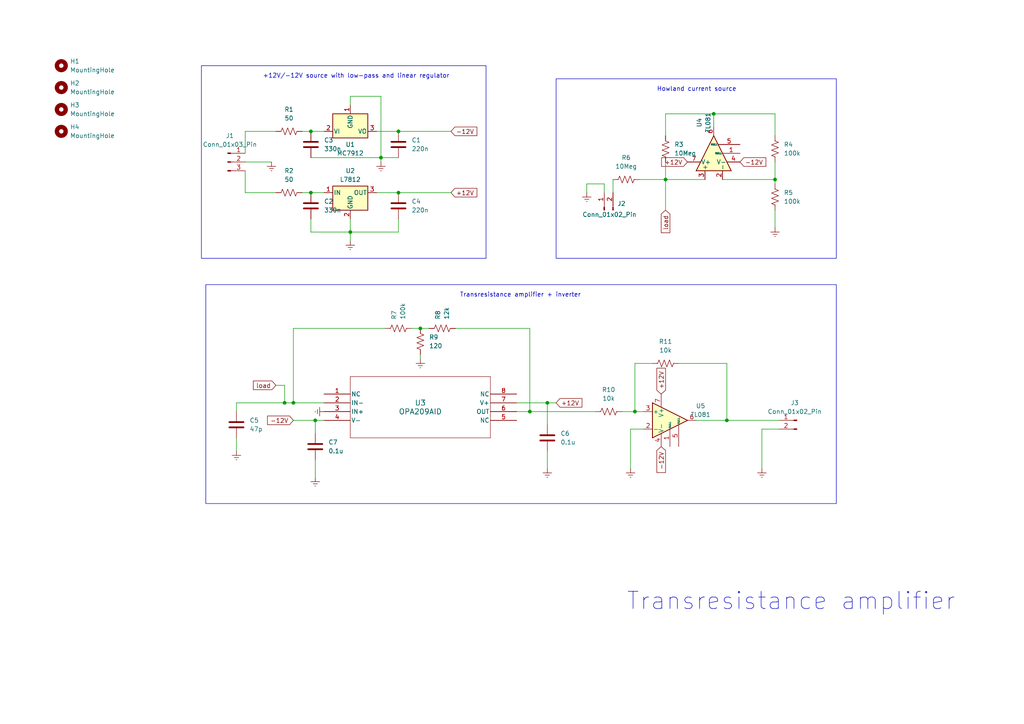
<source format=kicad_sch>
(kicad_sch (version 20230121) (generator eeschema)

  (uuid a520f27b-3eb4-44e7-9faf-250bc52b55ee)

  (paper "A4")

  (lib_symbols
    (symbol "Amplifier_Operational:TL081" (pin_names (offset 0.127)) (in_bom yes) (on_board yes)
      (property "Reference" "U" (at 0 6.35 0)
        (effects (font (size 1.27 1.27)) (justify left))
      )
      (property "Value" "TL081" (at 0 3.81 0)
        (effects (font (size 1.27 1.27)) (justify left))
      )
      (property "Footprint" "" (at 1.27 1.27 0)
        (effects (font (size 1.27 1.27)) hide)
      )
      (property "Datasheet" "http://www.ti.com/lit/ds/symlink/tl081.pdf" (at 3.81 3.81 0)
        (effects (font (size 1.27 1.27)) hide)
      )
      (property "ki_keywords" "single opamp" (at 0 0 0)
        (effects (font (size 1.27 1.27)) hide)
      )
      (property "ki_description" "Single JFET-Input Operational Amplifiers, DIP-8/SOIC-8" (at 0 0 0)
        (effects (font (size 1.27 1.27)) hide)
      )
      (property "ki_fp_filters" "SOIC*3.9x4.9mm*P1.27mm* DIP*W7.62mm* TSSOP*3x3mm*P0.65mm*" (at 0 0 0)
        (effects (font (size 1.27 1.27)) hide)
      )
      (symbol "TL081_0_1"
        (polyline
          (pts
            (xy -5.08 5.08)
            (xy 5.08 0)
            (xy -5.08 -5.08)
            (xy -5.08 5.08)
          )
          (stroke (width 0.254) (type default))
          (fill (type background))
        )
      )
      (symbol "TL081_1_1"
        (pin input line (at 0 -7.62 90) (length 5.08)
          (name "NULL" (effects (font (size 0.508 0.508))))
          (number "1" (effects (font (size 1.27 1.27))))
        )
        (pin input line (at -7.62 -2.54 0) (length 2.54)
          (name "-" (effects (font (size 1.27 1.27))))
          (number "2" (effects (font (size 1.27 1.27))))
        )
        (pin input line (at -7.62 2.54 0) (length 2.54)
          (name "+" (effects (font (size 1.27 1.27))))
          (number "3" (effects (font (size 1.27 1.27))))
        )
        (pin power_in line (at -2.54 -7.62 90) (length 3.81)
          (name "V-" (effects (font (size 1.27 1.27))))
          (number "4" (effects (font (size 1.27 1.27))))
        )
        (pin input line (at 2.54 -7.62 90) (length 6.35)
          (name "NULL" (effects (font (size 0.508 0.508))))
          (number "5" (effects (font (size 1.27 1.27))))
        )
        (pin output line (at 7.62 0 180) (length 2.54)
          (name "~" (effects (font (size 1.27 1.27))))
          (number "6" (effects (font (size 1.27 1.27))))
        )
        (pin power_in line (at -2.54 7.62 270) (length 3.81)
          (name "V+" (effects (font (size 1.27 1.27))))
          (number "7" (effects (font (size 1.27 1.27))))
        )
        (pin no_connect line (at 0 2.54 270) (length 2.54) hide
          (name "NC" (effects (font (size 1.27 1.27))))
          (number "8" (effects (font (size 1.27 1.27))))
        )
      )
    )
    (symbol "Connector:Conn_01x02_Pin" (pin_names (offset 1.016) hide) (in_bom yes) (on_board yes)
      (property "Reference" "J" (at 0 2.54 0)
        (effects (font (size 1.27 1.27)))
      )
      (property "Value" "Conn_01x02_Pin" (at 0 -5.08 0)
        (effects (font (size 1.27 1.27)))
      )
      (property "Footprint" "" (at 0 0 0)
        (effects (font (size 1.27 1.27)) hide)
      )
      (property "Datasheet" "~" (at 0 0 0)
        (effects (font (size 1.27 1.27)) hide)
      )
      (property "ki_locked" "" (at 0 0 0)
        (effects (font (size 1.27 1.27)))
      )
      (property "ki_keywords" "connector" (at 0 0 0)
        (effects (font (size 1.27 1.27)) hide)
      )
      (property "ki_description" "Generic connector, single row, 01x02, script generated" (at 0 0 0)
        (effects (font (size 1.27 1.27)) hide)
      )
      (property "ki_fp_filters" "Connector*:*_1x??_*" (at 0 0 0)
        (effects (font (size 1.27 1.27)) hide)
      )
      (symbol "Conn_01x02_Pin_1_1"
        (polyline
          (pts
            (xy 1.27 -2.54)
            (xy 0.8636 -2.54)
          )
          (stroke (width 0.1524) (type default))
          (fill (type none))
        )
        (polyline
          (pts
            (xy 1.27 0)
            (xy 0.8636 0)
          )
          (stroke (width 0.1524) (type default))
          (fill (type none))
        )
        (rectangle (start 0.8636 -2.413) (end 0 -2.667)
          (stroke (width 0.1524) (type default))
          (fill (type outline))
        )
        (rectangle (start 0.8636 0.127) (end 0 -0.127)
          (stroke (width 0.1524) (type default))
          (fill (type outline))
        )
        (pin passive line (at 5.08 0 180) (length 3.81)
          (name "Pin_1" (effects (font (size 1.27 1.27))))
          (number "1" (effects (font (size 1.27 1.27))))
        )
        (pin passive line (at 5.08 -2.54 180) (length 3.81)
          (name "Pin_2" (effects (font (size 1.27 1.27))))
          (number "2" (effects (font (size 1.27 1.27))))
        )
      )
    )
    (symbol "Connector:Conn_01x03_Pin" (pin_names (offset 1.016) hide) (in_bom yes) (on_board yes)
      (property "Reference" "J" (at 0 5.08 0)
        (effects (font (size 1.27 1.27)))
      )
      (property "Value" "Conn_01x03_Pin" (at 0 -5.08 0)
        (effects (font (size 1.27 1.27)))
      )
      (property "Footprint" "" (at 0 0 0)
        (effects (font (size 1.27 1.27)) hide)
      )
      (property "Datasheet" "~" (at 0 0 0)
        (effects (font (size 1.27 1.27)) hide)
      )
      (property "ki_locked" "" (at 0 0 0)
        (effects (font (size 1.27 1.27)))
      )
      (property "ki_keywords" "connector" (at 0 0 0)
        (effects (font (size 1.27 1.27)) hide)
      )
      (property "ki_description" "Generic connector, single row, 01x03, script generated" (at 0 0 0)
        (effects (font (size 1.27 1.27)) hide)
      )
      (property "ki_fp_filters" "Connector*:*_1x??_*" (at 0 0 0)
        (effects (font (size 1.27 1.27)) hide)
      )
      (symbol "Conn_01x03_Pin_1_1"
        (polyline
          (pts
            (xy 1.27 -2.54)
            (xy 0.8636 -2.54)
          )
          (stroke (width 0.1524) (type default))
          (fill (type none))
        )
        (polyline
          (pts
            (xy 1.27 0)
            (xy 0.8636 0)
          )
          (stroke (width 0.1524) (type default))
          (fill (type none))
        )
        (polyline
          (pts
            (xy 1.27 2.54)
            (xy 0.8636 2.54)
          )
          (stroke (width 0.1524) (type default))
          (fill (type none))
        )
        (rectangle (start 0.8636 -2.413) (end 0 -2.667)
          (stroke (width 0.1524) (type default))
          (fill (type outline))
        )
        (rectangle (start 0.8636 0.127) (end 0 -0.127)
          (stroke (width 0.1524) (type default))
          (fill (type outline))
        )
        (rectangle (start 0.8636 2.667) (end 0 2.413)
          (stroke (width 0.1524) (type default))
          (fill (type outline))
        )
        (pin passive line (at 5.08 2.54 180) (length 3.81)
          (name "Pin_1" (effects (font (size 1.27 1.27))))
          (number "1" (effects (font (size 1.27 1.27))))
        )
        (pin passive line (at 5.08 0 180) (length 3.81)
          (name "Pin_2" (effects (font (size 1.27 1.27))))
          (number "2" (effects (font (size 1.27 1.27))))
        )
        (pin passive line (at 5.08 -2.54 180) (length 3.81)
          (name "Pin_3" (effects (font (size 1.27 1.27))))
          (number "3" (effects (font (size 1.27 1.27))))
        )
      )
    )
    (symbol "Device:C" (pin_numbers hide) (pin_names (offset 0.254)) (in_bom yes) (on_board yes)
      (property "Reference" "C" (at 0.635 2.54 0)
        (effects (font (size 1.27 1.27)) (justify left))
      )
      (property "Value" "C" (at 0.635 -2.54 0)
        (effects (font (size 1.27 1.27)) (justify left))
      )
      (property "Footprint" "" (at 0.9652 -3.81 0)
        (effects (font (size 1.27 1.27)) hide)
      )
      (property "Datasheet" "~" (at 0 0 0)
        (effects (font (size 1.27 1.27)) hide)
      )
      (property "ki_keywords" "cap capacitor" (at 0 0 0)
        (effects (font (size 1.27 1.27)) hide)
      )
      (property "ki_description" "Unpolarized capacitor" (at 0 0 0)
        (effects (font (size 1.27 1.27)) hide)
      )
      (property "ki_fp_filters" "C_*" (at 0 0 0)
        (effects (font (size 1.27 1.27)) hide)
      )
      (symbol "C_0_1"
        (polyline
          (pts
            (xy -2.032 -0.762)
            (xy 2.032 -0.762)
          )
          (stroke (width 0.508) (type default))
          (fill (type none))
        )
        (polyline
          (pts
            (xy -2.032 0.762)
            (xy 2.032 0.762)
          )
          (stroke (width 0.508) (type default))
          (fill (type none))
        )
      )
      (symbol "C_1_1"
        (pin passive line (at 0 3.81 270) (length 2.794)
          (name "~" (effects (font (size 1.27 1.27))))
          (number "1" (effects (font (size 1.27 1.27))))
        )
        (pin passive line (at 0 -3.81 90) (length 2.794)
          (name "~" (effects (font (size 1.27 1.27))))
          (number "2" (effects (font (size 1.27 1.27))))
        )
      )
    )
    (symbol "Device:R_US" (pin_numbers hide) (pin_names (offset 0)) (in_bom yes) (on_board yes)
      (property "Reference" "R" (at 2.54 0 90)
        (effects (font (size 1.27 1.27)))
      )
      (property "Value" "R_US" (at -2.54 0 90)
        (effects (font (size 1.27 1.27)))
      )
      (property "Footprint" "" (at 1.016 -0.254 90)
        (effects (font (size 1.27 1.27)) hide)
      )
      (property "Datasheet" "~" (at 0 0 0)
        (effects (font (size 1.27 1.27)) hide)
      )
      (property "ki_keywords" "R res resistor" (at 0 0 0)
        (effects (font (size 1.27 1.27)) hide)
      )
      (property "ki_description" "Resistor, US symbol" (at 0 0 0)
        (effects (font (size 1.27 1.27)) hide)
      )
      (property "ki_fp_filters" "R_*" (at 0 0 0)
        (effects (font (size 1.27 1.27)) hide)
      )
      (symbol "R_US_0_1"
        (polyline
          (pts
            (xy 0 -2.286)
            (xy 0 -2.54)
          )
          (stroke (width 0) (type default))
          (fill (type none))
        )
        (polyline
          (pts
            (xy 0 2.286)
            (xy 0 2.54)
          )
          (stroke (width 0) (type default))
          (fill (type none))
        )
        (polyline
          (pts
            (xy 0 -0.762)
            (xy 1.016 -1.143)
            (xy 0 -1.524)
            (xy -1.016 -1.905)
            (xy 0 -2.286)
          )
          (stroke (width 0) (type default))
          (fill (type none))
        )
        (polyline
          (pts
            (xy 0 0.762)
            (xy 1.016 0.381)
            (xy 0 0)
            (xy -1.016 -0.381)
            (xy 0 -0.762)
          )
          (stroke (width 0) (type default))
          (fill (type none))
        )
        (polyline
          (pts
            (xy 0 2.286)
            (xy 1.016 1.905)
            (xy 0 1.524)
            (xy -1.016 1.143)
            (xy 0 0.762)
          )
          (stroke (width 0) (type default))
          (fill (type none))
        )
      )
      (symbol "R_US_1_1"
        (pin passive line (at 0 3.81 270) (length 1.27)
          (name "~" (effects (font (size 1.27 1.27))))
          (number "1" (effects (font (size 1.27 1.27))))
        )
        (pin passive line (at 0 -3.81 90) (length 1.27)
          (name "~" (effects (font (size 1.27 1.27))))
          (number "2" (effects (font (size 1.27 1.27))))
        )
      )
    )
    (symbol "Mechanical:MountingHole" (pin_names (offset 1.016)) (in_bom yes) (on_board yes)
      (property "Reference" "H" (at 0 5.08 0)
        (effects (font (size 1.27 1.27)))
      )
      (property "Value" "MountingHole" (at 0 3.175 0)
        (effects (font (size 1.27 1.27)))
      )
      (property "Footprint" "" (at 0 0 0)
        (effects (font (size 1.27 1.27)) hide)
      )
      (property "Datasheet" "~" (at 0 0 0)
        (effects (font (size 1.27 1.27)) hide)
      )
      (property "ki_keywords" "mounting hole" (at 0 0 0)
        (effects (font (size 1.27 1.27)) hide)
      )
      (property "ki_description" "Mounting Hole without connection" (at 0 0 0)
        (effects (font (size 1.27 1.27)) hide)
      )
      (property "ki_fp_filters" "MountingHole*" (at 0 0 0)
        (effects (font (size 1.27 1.27)) hide)
      )
      (symbol "MountingHole_0_1"
        (circle (center 0 0) (radius 1.27)
          (stroke (width 1.27) (type default))
          (fill (type none))
        )
      )
    )
    (symbol "OPA209:OPA209AID" (pin_names (offset 0.254)) (in_bom yes) (on_board yes)
      (property "Reference" "U" (at 27.94 10.16 0)
        (effects (font (size 1.524 1.524)))
      )
      (property "Value" "OPA209AID" (at 27.94 7.62 0)
        (effects (font (size 1.524 1.524)))
      )
      (property "Footprint" "D8" (at 0 0 0)
        (effects (font (size 1.27 1.27) italic) hide)
      )
      (property "Datasheet" "OPA209AID" (at 0 0 0)
        (effects (font (size 1.27 1.27) italic) hide)
      )
      (property "ki_locked" "" (at 0 0 0)
        (effects (font (size 1.27 1.27)))
      )
      (property "ki_keywords" "OPA209AID" (at 0 0 0)
        (effects (font (size 1.27 1.27)) hide)
      )
      (property "ki_fp_filters" "D8 D8-M D8-L" (at 0 0 0)
        (effects (font (size 1.27 1.27)) hide)
      )
      (symbol "OPA209AID_0_1"
        (polyline
          (pts
            (xy 7.62 -12.7)
            (xy 48.26 -12.7)
          )
          (stroke (width 0.127) (type default))
          (fill (type none))
        )
        (polyline
          (pts
            (xy 7.62 5.08)
            (xy 7.62 -12.7)
          )
          (stroke (width 0.127) (type default))
          (fill (type none))
        )
        (polyline
          (pts
            (xy 48.26 -12.7)
            (xy 48.26 5.08)
          )
          (stroke (width 0.127) (type default))
          (fill (type none))
        )
        (polyline
          (pts
            (xy 48.26 5.08)
            (xy 7.62 5.08)
          )
          (stroke (width 0.127) (type default))
          (fill (type none))
        )
        (pin unspecified line (at 0 0 0) (length 7.62)
          (name "NC" (effects (font (size 1.27 1.27))))
          (number "1" (effects (font (size 1.27 1.27))))
        )
        (pin input line (at 0 -2.54 0) (length 7.62)
          (name "IN-" (effects (font (size 1.27 1.27))))
          (number "2" (effects (font (size 1.27 1.27))))
        )
        (pin input line (at 0 -5.08 0) (length 7.62)
          (name "IN+" (effects (font (size 1.27 1.27))))
          (number "3" (effects (font (size 1.27 1.27))))
        )
        (pin power_in line (at 0 -7.62 0) (length 7.62)
          (name "V-" (effects (font (size 1.27 1.27))))
          (number "4" (effects (font (size 1.27 1.27))))
        )
        (pin unspecified line (at 55.88 -7.62 180) (length 7.62)
          (name "NC" (effects (font (size 1.27 1.27))))
          (number "5" (effects (font (size 1.27 1.27))))
        )
        (pin output line (at 55.88 -5.08 180) (length 7.62)
          (name "OUT" (effects (font (size 1.27 1.27))))
          (number "6" (effects (font (size 1.27 1.27))))
        )
        (pin power_in line (at 55.88 -2.54 180) (length 7.62)
          (name "V+" (effects (font (size 1.27 1.27))))
          (number "7" (effects (font (size 1.27 1.27))))
        )
        (pin unspecified line (at 55.88 0 180) (length 7.62)
          (name "NC" (effects (font (size 1.27 1.27))))
          (number "8" (effects (font (size 1.27 1.27))))
        )
      )
    )
    (symbol "Regulator_Linear:L7812" (pin_names (offset 0.254)) (in_bom yes) (on_board yes)
      (property "Reference" "U" (at -3.81 3.175 0)
        (effects (font (size 1.27 1.27)))
      )
      (property "Value" "L7812" (at 0 3.175 0)
        (effects (font (size 1.27 1.27)) (justify left))
      )
      (property "Footprint" "" (at 0.635 -3.81 0)
        (effects (font (size 1.27 1.27) italic) (justify left) hide)
      )
      (property "Datasheet" "http://www.st.com/content/ccc/resource/technical/document/datasheet/41/4f/b3/b0/12/d4/47/88/CD00000444.pdf/files/CD00000444.pdf/jcr:content/translations/en.CD00000444.pdf" (at 0 -1.27 0)
        (effects (font (size 1.27 1.27)) hide)
      )
      (property "ki_keywords" "Voltage Regulator 1.5A Positive" (at 0 0 0)
        (effects (font (size 1.27 1.27)) hide)
      )
      (property "ki_description" "Positive 1.5A 35V Linear Regulator, Fixed Output 12V, TO-220/TO-263/TO-252" (at 0 0 0)
        (effects (font (size 1.27 1.27)) hide)
      )
      (property "ki_fp_filters" "TO?252* TO?263* TO?220*" (at 0 0 0)
        (effects (font (size 1.27 1.27)) hide)
      )
      (symbol "L7812_0_1"
        (rectangle (start -5.08 1.905) (end 5.08 -5.08)
          (stroke (width 0.254) (type default))
          (fill (type background))
        )
      )
      (symbol "L7812_1_1"
        (pin power_in line (at -7.62 0 0) (length 2.54)
          (name "IN" (effects (font (size 1.27 1.27))))
          (number "1" (effects (font (size 1.27 1.27))))
        )
        (pin power_in line (at 0 -7.62 90) (length 2.54)
          (name "GND" (effects (font (size 1.27 1.27))))
          (number "2" (effects (font (size 1.27 1.27))))
        )
        (pin power_out line (at 7.62 0 180) (length 2.54)
          (name "OUT" (effects (font (size 1.27 1.27))))
          (number "3" (effects (font (size 1.27 1.27))))
        )
      )
    )
    (symbol "Regulator_Linear:MC7912" (pin_names (offset 0.254)) (in_bom yes) (on_board yes)
      (property "Reference" "U" (at -3.81 -3.175 0)
        (effects (font (size 1.27 1.27)))
      )
      (property "Value" "MC7912" (at 0 -3.175 0)
        (effects (font (size 1.27 1.27)) (justify left))
      )
      (property "Footprint" "" (at 0 -5.08 0)
        (effects (font (size 1.27 1.27) italic) hide)
      )
      (property "Datasheet" "http://www.onsemi.com/pub/Collateral/MC7900-D.PDF" (at 0 0 0)
        (effects (font (size 1.27 1.27)) hide)
      )
      (property "ki_keywords" "Voltage Regulator 1.5A Negative" (at 0 0 0)
        (effects (font (size 1.27 1.27)) hide)
      )
      (property "ki_description" "Negative 1A 35V Linear Regulator, Fixed Output -12V, TO-220/TO-263" (at 0 0 0)
        (effects (font (size 1.27 1.27)) hide)
      )
      (property "ki_fp_filters" "TO?220* TO?263*" (at 0 0 0)
        (effects (font (size 1.27 1.27)) hide)
      )
      (symbol "MC7912_0_1"
        (rectangle (start -5.08 5.08) (end 5.08 -1.905)
          (stroke (width 0.254) (type default))
          (fill (type background))
        )
      )
      (symbol "MC7912_1_1"
        (pin power_in line (at 0 7.62 270) (length 2.54)
          (name "GND" (effects (font (size 1.27 1.27))))
          (number "1" (effects (font (size 1.27 1.27))))
        )
        (pin power_in line (at -7.62 0 0) (length 2.54)
          (name "VI" (effects (font (size 1.27 1.27))))
          (number "2" (effects (font (size 1.27 1.27))))
        )
        (pin power_out line (at 7.62 0 180) (length 2.54)
          (name "VO" (effects (font (size 1.27 1.27))))
          (number "3" (effects (font (size 1.27 1.27))))
        )
      )
    )
    (symbol "power:Earth" (power) (pin_names (offset 0)) (in_bom yes) (on_board yes)
      (property "Reference" "#PWR" (at 0 -6.35 0)
        (effects (font (size 1.27 1.27)) hide)
      )
      (property "Value" "Earth" (at 0 -3.81 0)
        (effects (font (size 1.27 1.27)) hide)
      )
      (property "Footprint" "" (at 0 0 0)
        (effects (font (size 1.27 1.27)) hide)
      )
      (property "Datasheet" "~" (at 0 0 0)
        (effects (font (size 1.27 1.27)) hide)
      )
      (property "ki_keywords" "global ground gnd" (at 0 0 0)
        (effects (font (size 1.27 1.27)) hide)
      )
      (property "ki_description" "Power symbol creates a global label with name \"Earth\"" (at 0 0 0)
        (effects (font (size 1.27 1.27)) hide)
      )
      (symbol "Earth_0_1"
        (polyline
          (pts
            (xy -0.635 -1.905)
            (xy 0.635 -1.905)
          )
          (stroke (width 0) (type default))
          (fill (type none))
        )
        (polyline
          (pts
            (xy -0.127 -2.54)
            (xy 0.127 -2.54)
          )
          (stroke (width 0) (type default))
          (fill (type none))
        )
        (polyline
          (pts
            (xy 0 -1.27)
            (xy 0 0)
          )
          (stroke (width 0) (type default))
          (fill (type none))
        )
        (polyline
          (pts
            (xy 1.27 -1.27)
            (xy -1.27 -1.27)
          )
          (stroke (width 0) (type default))
          (fill (type none))
        )
      )
      (symbol "Earth_1_1"
        (pin power_in line (at 0 0 270) (length 0) hide
          (name "Earth" (effects (font (size 1.27 1.27))))
          (number "1" (effects (font (size 1.27 1.27))))
        )
      )
    )
  )

  (junction (at 115.57 38.1) (diameter 0) (color 0 0 0 0)
    (uuid 00611f0b-2789-416e-b200-6934e83a35da)
  )
  (junction (at 193.04 52.07) (diameter 0) (color 0 0 0 0)
    (uuid 03befb0f-ef8c-454b-bfd9-b2f60bf86dc6)
  )
  (junction (at 90.17 38.1) (diameter 0) (color 0 0 0 0)
    (uuid 0d09d538-e3c8-4907-bacf-7cbc4ee13df2)
  )
  (junction (at 90.17 55.88) (diameter 0) (color 0 0 0 0)
    (uuid 0d754891-4d74-4f87-98f9-4d7a5ecc00a4)
  )
  (junction (at 110.49 45.72) (diameter 0) (color 0 0 0 0)
    (uuid 2e35eb67-903a-4b50-b30e-d0d3407d2025)
  )
  (junction (at 158.75 116.84) (diameter 0) (color 0 0 0 0)
    (uuid 3e49e398-d8e2-40f4-8766-db9aa0c36d93)
  )
  (junction (at 91.44 121.92) (diameter 0) (color 0 0 0 0)
    (uuid 40bf6571-e499-4180-908f-9adfb1a9dd26)
  )
  (junction (at 184.15 119.38) (diameter 0) (color 0 0 0 0)
    (uuid 4150510b-4dfb-424a-8f00-58926eb2292e)
  )
  (junction (at 153.67 119.38) (diameter 0) (color 0 0 0 0)
    (uuid 435ae31e-01bb-4960-84a5-7583c7709e54)
  )
  (junction (at 121.92 95.25) (diameter 0) (color 0 0 0 0)
    (uuid 58269ce7-bb35-419b-ab2c-5838e4a5dd59)
  )
  (junction (at 85.09 116.84) (diameter 0) (color 0 0 0 0)
    (uuid 74e74725-b45d-405b-b79a-8568ce5a0d2c)
  )
  (junction (at 115.57 55.88) (diameter 0) (color 0 0 0 0)
    (uuid a67e2192-5d4a-4849-bc61-5e5784c37f97)
  )
  (junction (at 82.55 116.84) (diameter 0) (color 0 0 0 0)
    (uuid af5b9f09-b21f-4c4d-ac98-ea38af8604aa)
  )
  (junction (at 101.6 67.31) (diameter 0) (color 0 0 0 0)
    (uuid b716efe6-c417-4187-8d7c-168749493da3)
  )
  (junction (at 207.01 33.02) (diameter 0) (color 0 0 0 0)
    (uuid d051b282-5f6e-4d3a-9de0-7aa907529ad1)
  )
  (junction (at 224.79 52.07) (diameter 0) (color 0 0 0 0)
    (uuid d418d173-b2f8-408b-88a8-bfe838329303)
  )
  (junction (at 210.82 121.92) (diameter 0) (color 0 0 0 0)
    (uuid f8e8fc90-9e5a-49d3-8c54-ee80be6be4d7)
  )

  (wire (pts (xy 224.79 46.99) (xy 224.79 52.07))
    (stroke (width 0) (type default))
    (uuid 0090ecad-ad40-4b61-816c-9f404ed47e5f)
  )
  (wire (pts (xy 71.12 38.1) (xy 71.12 44.45))
    (stroke (width 0) (type default))
    (uuid 0631853d-5fd2-4689-ac10-ebf2ad1a4511)
  )
  (wire (pts (xy 110.49 45.72) (xy 110.49 46.99))
    (stroke (width 0) (type default))
    (uuid 13eb6994-a88a-48dc-903d-789704481883)
  )
  (wire (pts (xy 193.04 52.07) (xy 193.04 60.96))
    (stroke (width 0) (type default))
    (uuid 1d01aae3-058f-430d-9891-a38d19de8a89)
  )
  (wire (pts (xy 224.79 60.96) (xy 224.79 66.04))
    (stroke (width 0) (type default))
    (uuid 202ca88b-1718-49b2-bdcf-6f1b94ecfac0)
  )
  (wire (pts (xy 224.79 52.07) (xy 224.79 53.34))
    (stroke (width 0) (type default))
    (uuid 204cfcfc-f31a-45fe-b6f9-26d0f7a9f43e)
  )
  (wire (pts (xy 149.86 119.38) (xy 153.67 119.38))
    (stroke (width 0) (type default))
    (uuid 257a64fd-35ec-419a-bfbb-81308ce03273)
  )
  (wire (pts (xy 93.98 116.84) (xy 85.09 116.84))
    (stroke (width 0) (type default))
    (uuid 25cef757-649d-435c-bf0d-bffc5f2ad917)
  )
  (wire (pts (xy 87.63 55.88) (xy 90.17 55.88))
    (stroke (width 0) (type default))
    (uuid 2abefe25-4b25-4020-8052-8091b3937da1)
  )
  (wire (pts (xy 68.58 127) (xy 68.58 130.81))
    (stroke (width 0) (type default))
    (uuid 2c8a6504-aedb-46df-883c-4c9a1994d26a)
  )
  (wire (pts (xy 193.04 33.02) (xy 207.01 33.02))
    (stroke (width 0) (type default))
    (uuid 318f3695-14af-425b-88c8-b6e5621f220f)
  )
  (wire (pts (xy 201.93 121.92) (xy 210.82 121.92))
    (stroke (width 0) (type default))
    (uuid 33d0cb65-ffa4-493c-8638-528829e00bc3)
  )
  (wire (pts (xy 85.09 95.25) (xy 85.09 116.84))
    (stroke (width 0) (type default))
    (uuid 35035d28-59e0-4b93-aa3b-531b24cf6526)
  )
  (wire (pts (xy 184.15 119.38) (xy 186.69 119.38))
    (stroke (width 0) (type default))
    (uuid 4509d4f5-e8d2-4976-adcf-1e7cdb99d064)
  )
  (wire (pts (xy 82.55 111.76) (xy 82.55 116.84))
    (stroke (width 0) (type default))
    (uuid 4a4d22b7-697b-427c-941c-1e5c6f5b6cc0)
  )
  (wire (pts (xy 207.01 33.02) (xy 224.79 33.02))
    (stroke (width 0) (type default))
    (uuid 4ad028b6-6b41-4ef2-a7d9-a42c630bd664)
  )
  (wire (pts (xy 153.67 95.25) (xy 153.67 119.38))
    (stroke (width 0) (type default))
    (uuid 4dd6614b-87f8-4a7b-a771-6e498e73448c)
  )
  (wire (pts (xy 220.98 124.46) (xy 220.98 135.89))
    (stroke (width 0) (type default))
    (uuid 4e11cc85-4678-42a4-ac21-c1068d9d9862)
  )
  (wire (pts (xy 175.26 53.34) (xy 170.18 53.34))
    (stroke (width 0) (type default))
    (uuid 4e13e5ea-f1bd-42bd-b626-532176ead941)
  )
  (wire (pts (xy 90.17 38.1) (xy 93.98 38.1))
    (stroke (width 0) (type default))
    (uuid 52b7aecb-99b4-40d4-855c-b1e9fd965c43)
  )
  (wire (pts (xy 101.6 27.94) (xy 110.49 27.94))
    (stroke (width 0) (type default))
    (uuid 54e90bf1-3f07-4432-8b30-0af74ffcf60d)
  )
  (wire (pts (xy 175.26 55.88) (xy 175.26 53.34))
    (stroke (width 0) (type default))
    (uuid 556c9d37-70b8-4df9-9c3d-0e05cabb7791)
  )
  (wire (pts (xy 170.18 53.34) (xy 170.18 55.88))
    (stroke (width 0) (type default))
    (uuid 5658ecee-1429-41c5-b985-a03fd791646c)
  )
  (wire (pts (xy 158.75 116.84) (xy 158.75 123.19))
    (stroke (width 0) (type default))
    (uuid 5c49560f-672e-4b8a-bd86-979d91b5ea2f)
  )
  (wire (pts (xy 115.57 55.88) (xy 130.81 55.88))
    (stroke (width 0) (type default))
    (uuid 60d6867f-6a26-4ac5-b280-1b91c50ef91e)
  )
  (wire (pts (xy 210.82 121.92) (xy 210.82 105.41))
    (stroke (width 0) (type default))
    (uuid 63018600-cd41-443d-bad8-18f6295bd370)
  )
  (wire (pts (xy 132.08 95.25) (xy 153.67 95.25))
    (stroke (width 0) (type default))
    (uuid 6470181d-59ec-4135-be0c-e3ef6ec0dffa)
  )
  (wire (pts (xy 119.38 95.25) (xy 121.92 95.25))
    (stroke (width 0) (type default))
    (uuid 6a72771d-145e-4d8b-822c-e8671f3d123d)
  )
  (wire (pts (xy 196.85 105.41) (xy 210.82 105.41))
    (stroke (width 0) (type default))
    (uuid 6ec567c9-0a10-4603-908f-255d08a8f5be)
  )
  (wire (pts (xy 90.17 55.88) (xy 93.98 55.88))
    (stroke (width 0) (type default))
    (uuid 6ec6f4d3-d414-4c13-bed9-e98eaef8e0b6)
  )
  (wire (pts (xy 193.04 46.99) (xy 193.04 52.07))
    (stroke (width 0) (type default))
    (uuid 72f07e4a-d362-4afb-ab66-08ffe2a74235)
  )
  (wire (pts (xy 101.6 67.31) (xy 115.57 67.31))
    (stroke (width 0) (type default))
    (uuid 7336207b-657d-4458-bf67-9e3e8246591e)
  )
  (wire (pts (xy 193.04 39.37) (xy 193.04 33.02))
    (stroke (width 0) (type default))
    (uuid 7368c36e-89b6-4699-b331-91b1da9951e8)
  )
  (wire (pts (xy 71.12 46.99) (xy 78.74 46.99))
    (stroke (width 0) (type default))
    (uuid 7829988a-61fa-4772-96ff-f5507d6b3594)
  )
  (wire (pts (xy 85.09 121.92) (xy 91.44 121.92))
    (stroke (width 0) (type default))
    (uuid 7a5dc5f9-35a7-4606-afdb-2194c979bec7)
  )
  (wire (pts (xy 101.6 67.31) (xy 101.6 69.85))
    (stroke (width 0) (type default))
    (uuid 7add8277-8c01-4d8f-a707-6bdc91fb6f6a)
  )
  (wire (pts (xy 186.69 124.46) (xy 182.88 124.46))
    (stroke (width 0) (type default))
    (uuid 7ea45e66-8c59-4dab-b84f-cfc19217a363)
  )
  (wire (pts (xy 204.47 52.07) (xy 193.04 52.07))
    (stroke (width 0) (type default))
    (uuid 80b73442-a79a-431e-8ea1-4e77ed7b562d)
  )
  (wire (pts (xy 121.92 95.25) (xy 124.46 95.25))
    (stroke (width 0) (type default))
    (uuid 81749f83-79db-456a-9c73-3ae4bb210ee6)
  )
  (wire (pts (xy 90.17 45.72) (xy 110.49 45.72))
    (stroke (width 0) (type default))
    (uuid 867c30f9-66ea-42ce-a6e8-13af7e032986)
  )
  (wire (pts (xy 185.42 52.07) (xy 193.04 52.07))
    (stroke (width 0) (type default))
    (uuid 89e31fbc-e214-45a1-8359-cfa01deda33f)
  )
  (wire (pts (xy 207.01 33.02) (xy 207.01 36.83))
    (stroke (width 0) (type default))
    (uuid 8db5a948-eac7-46c4-9f4b-8ae4adf18457)
  )
  (wire (pts (xy 71.12 49.53) (xy 71.12 55.88))
    (stroke (width 0) (type default))
    (uuid 8f0ef256-e21a-448a-8639-c90f4e550423)
  )
  (wire (pts (xy 110.49 45.72) (xy 115.57 45.72))
    (stroke (width 0) (type default))
    (uuid 90786112-63a4-48e1-abcf-ab86490e4cb7)
  )
  (wire (pts (xy 110.49 27.94) (xy 110.49 45.72))
    (stroke (width 0) (type default))
    (uuid 9675d4d0-ae65-4bc3-b3e7-db2fe65f9549)
  )
  (wire (pts (xy 158.75 116.84) (xy 161.29 116.84))
    (stroke (width 0) (type default))
    (uuid 980a3840-95b1-499c-973b-07da2bcfeae8)
  )
  (wire (pts (xy 209.55 52.07) (xy 224.79 52.07))
    (stroke (width 0) (type default))
    (uuid 99980d6e-e234-450e-8c03-55e4d17351c2)
  )
  (wire (pts (xy 121.92 102.87) (xy 121.92 104.14))
    (stroke (width 0) (type default))
    (uuid 9aa020db-0ef1-4100-9cca-87b1535760b8)
  )
  (wire (pts (xy 68.58 116.84) (xy 82.55 116.84))
    (stroke (width 0) (type default))
    (uuid a1994474-8ecb-4827-be66-3bbdf2fbcd01)
  )
  (wire (pts (xy 82.55 116.84) (xy 85.09 116.84))
    (stroke (width 0) (type default))
    (uuid a3891da2-ae17-4d02-b508-c4ca5c0eebcb)
  )
  (wire (pts (xy 71.12 55.88) (xy 80.01 55.88))
    (stroke (width 0) (type default))
    (uuid a4d26a74-6c14-4f4d-8d4c-0f311a59b8e2)
  )
  (wire (pts (xy 177.8 52.07) (xy 177.8 55.88))
    (stroke (width 0) (type default))
    (uuid a75d0c2e-5ce8-448c-89b0-56cd9bb87f73)
  )
  (wire (pts (xy 91.44 133.35) (xy 91.44 138.43))
    (stroke (width 0) (type default))
    (uuid a81207f1-8266-462a-bff4-f48a8b4455e6)
  )
  (wire (pts (xy 210.82 121.92) (xy 226.06 121.92))
    (stroke (width 0) (type default))
    (uuid ab9a2432-4b45-4ffc-ba93-7d79f6c47be9)
  )
  (wire (pts (xy 101.6 63.5) (xy 101.6 67.31))
    (stroke (width 0) (type default))
    (uuid b3244bd2-5501-4056-b7bf-57ab979bca89)
  )
  (wire (pts (xy 189.23 105.41) (xy 184.15 105.41))
    (stroke (width 0) (type default))
    (uuid b5713c33-bf0e-4db4-bad0-558b475a2dcd)
  )
  (wire (pts (xy 90.17 67.31) (xy 101.6 67.31))
    (stroke (width 0) (type default))
    (uuid ba9c69fa-1eab-47c9-9aaf-cefa5c6759c7)
  )
  (wire (pts (xy 68.58 116.84) (xy 68.58 119.38))
    (stroke (width 0) (type default))
    (uuid c466c2c6-0ec5-4fad-9646-0ba421e75386)
  )
  (wire (pts (xy 115.57 63.5) (xy 115.57 67.31))
    (stroke (width 0) (type default))
    (uuid c5390992-4172-423e-9dc4-0fe46e96b217)
  )
  (wire (pts (xy 91.44 125.73) (xy 91.44 121.92))
    (stroke (width 0) (type default))
    (uuid c7c83e01-7b61-4f76-8a9b-162526dbdc64)
  )
  (wire (pts (xy 87.63 38.1) (xy 90.17 38.1))
    (stroke (width 0) (type default))
    (uuid cc79a0aa-51b4-4fe3-821a-f4f64ba3e84b)
  )
  (wire (pts (xy 184.15 105.41) (xy 184.15 119.38))
    (stroke (width 0) (type default))
    (uuid cec51eab-2ddb-4548-9e74-7df4aa00f94f)
  )
  (wire (pts (xy 172.72 119.38) (xy 153.67 119.38))
    (stroke (width 0) (type default))
    (uuid cf4797b7-919e-47da-bd60-fff0e97b3feb)
  )
  (wire (pts (xy 182.88 124.46) (xy 182.88 135.89))
    (stroke (width 0) (type default))
    (uuid d2706e87-4cee-4778-9572-e39325a48953)
  )
  (wire (pts (xy 91.44 121.92) (xy 93.98 121.92))
    (stroke (width 0) (type default))
    (uuid d2df028a-ea93-4a76-8bbb-b7fdea6a1864)
  )
  (wire (pts (xy 224.79 33.02) (xy 224.79 39.37))
    (stroke (width 0) (type default))
    (uuid d81eb985-e1d5-4c4b-ae4c-df5ae1b361ae)
  )
  (wire (pts (xy 180.34 119.38) (xy 184.15 119.38))
    (stroke (width 0) (type default))
    (uuid d8af15d3-7490-4b64-961c-fef7120442e0)
  )
  (wire (pts (xy 101.6 30.48) (xy 101.6 27.94))
    (stroke (width 0) (type default))
    (uuid dea4a05e-880a-4422-9c58-3064e1bec12e)
  )
  (wire (pts (xy 149.86 116.84) (xy 158.75 116.84))
    (stroke (width 0) (type default))
    (uuid deb17ce5-1007-4064-a63e-20a83fabe258)
  )
  (wire (pts (xy 111.76 95.25) (xy 85.09 95.25))
    (stroke (width 0) (type default))
    (uuid df5f76ac-ba3c-4b84-b803-4ad057a00a2c)
  )
  (wire (pts (xy 90.17 63.5) (xy 90.17 67.31))
    (stroke (width 0) (type default))
    (uuid e5c55c0a-e654-441e-97b7-03fc243e2bca)
  )
  (wire (pts (xy 80.01 111.76) (xy 82.55 111.76))
    (stroke (width 0) (type default))
    (uuid e5cbcd22-d733-4836-8062-2c5d141f1315)
  )
  (wire (pts (xy 109.22 55.88) (xy 115.57 55.88))
    (stroke (width 0) (type default))
    (uuid e9edb904-ccae-4605-a90a-5f4f9e007fe9)
  )
  (wire (pts (xy 158.75 130.81) (xy 158.75 135.89))
    (stroke (width 0) (type default))
    (uuid eef62411-ea69-4914-89e1-9c655dc925ad)
  )
  (wire (pts (xy 109.22 38.1) (xy 115.57 38.1))
    (stroke (width 0) (type default))
    (uuid f08e31e3-805c-423c-89e8-b5f590200939)
  )
  (wire (pts (xy 226.06 124.46) (xy 220.98 124.46))
    (stroke (width 0) (type default))
    (uuid f15945e3-0a1e-40c4-9428-6495c7f94635)
  )
  (wire (pts (xy 115.57 38.1) (xy 130.81 38.1))
    (stroke (width 0) (type default))
    (uuid f5b36c76-646f-42cb-b80d-a640012be483)
  )
  (wire (pts (xy 71.12 38.1) (xy 80.01 38.1))
    (stroke (width 0) (type default))
    (uuid fb0135d4-dab1-44b1-89f4-8a89e4699980)
  )

  (rectangle (start 58.42 19.05) (end 140.97 74.93)
    (stroke (width 0) (type default))
    (fill (type none))
    (uuid 13b16cd1-540d-4d3a-a236-99bca15e8c90)
  )
  (rectangle (start 161.29 22.86) (end 242.57 74.93)
    (stroke (width 0) (type default))
    (fill (type none))
    (uuid 7d2c42f0-952c-4a3c-9274-43ca83030aac)
  )
  (rectangle (start 59.69 82.55) (end 242.57 146.05)
    (stroke (width 0) (type default))
    (fill (type none))
    (uuid a886833f-c559-4748-87aa-03962cd11d72)
  )

  (text "Transresistance amplifier\n\n" (at 181.61 185.42 0)
    (effects (font (size 5 5)) (justify left bottom))
    (uuid 54a9e617-fe81-452c-8f48-4bbf5423b6b4)
  )
  (text "+12V/-12V source with low-pass and linear regulator"
    (at 76.2 22.86 0)
    (effects (font (size 1.27 1.27)) (justify left bottom))
    (uuid 59434484-1cdd-459b-b3c5-56c61a51fe0b)
  )
  (text "Howland current source" (at 190.5 26.67 0)
    (effects (font (size 1.27 1.27)) (justify left bottom))
    (uuid bbdc1371-e9ba-41c5-8311-5a5fcd55635d)
  )
  (text "Transresistance amplifier + inverter" (at 133.35 86.36 0)
    (effects (font (size 1.27 1.27)) (justify left bottom))
    (uuid ef79ea8c-2830-48bc-aecf-3f45bf15dd57)
  )

  (global_label "-12V" (shape input) (at 85.09 121.92 180) (fields_autoplaced)
    (effects (font (size 1.27 1.27)) (justify right))
    (uuid 2a62dcc8-66d7-411f-b2f6-0cccd9f7b9c5)
    (property "Intersheetrefs" "${INTERSHEET_REFS}" (at 77.0248 121.92 0)
      (effects (font (size 1.27 1.27)) (justify right) hide)
    )
  )
  (global_label "+12V" (shape input) (at 161.29 116.84 0) (fields_autoplaced)
    (effects (font (size 1.27 1.27)) (justify left))
    (uuid 2e00c1e7-0f62-4393-90fd-d693946703fd)
    (property "Intersheetrefs" "${INTERSHEET_REFS}" (at 169.3552 116.84 0)
      (effects (font (size 1.27 1.27)) (justify left) hide)
    )
  )
  (global_label "-12V" (shape input) (at 214.63 46.99 0) (fields_autoplaced)
    (effects (font (size 1.27 1.27)) (justify left))
    (uuid 340f6506-fe72-41b1-925e-09e81b025c39)
    (property "Intersheetrefs" "${INTERSHEET_REFS}" (at 222.6952 46.99 0)
      (effects (font (size 1.27 1.27)) (justify left) hide)
    )
  )
  (global_label "+12V" (shape input) (at 130.81 55.88 0) (fields_autoplaced)
    (effects (font (size 1.27 1.27)) (justify left))
    (uuid 4cfddfbd-dc7e-4ac4-8835-5d51c5676455)
    (property "Intersheetrefs" "${INTERSHEET_REFS}" (at 138.8752 55.88 0)
      (effects (font (size 1.27 1.27)) (justify left) hide)
    )
  )
  (global_label "-12V" (shape input) (at 191.77 129.54 270) (fields_autoplaced)
    (effects (font (size 1.27 1.27)) (justify right))
    (uuid 65cfce81-bc1c-4557-8f7d-fcc621bb505c)
    (property "Intersheetrefs" "${INTERSHEET_REFS}" (at 191.77 137.6052 90)
      (effects (font (size 1.27 1.27)) (justify right) hide)
    )
  )
  (global_label "+12V" (shape input) (at 199.39 46.99 180) (fields_autoplaced)
    (effects (font (size 1.27 1.27)) (justify right))
    (uuid 73e28834-948c-4e43-9532-9851615526f8)
    (property "Intersheetrefs" "${INTERSHEET_REFS}" (at 191.3248 46.99 0)
      (effects (font (size 1.27 1.27)) (justify right) hide)
    )
  )
  (global_label "load" (shape input) (at 80.01 111.76 180) (fields_autoplaced)
    (effects (font (size 1.27 1.27)) (justify right))
    (uuid 754fb9db-2d32-452f-b95a-d9b9044b3fda)
    (property "Intersheetrefs" "${INTERSHEET_REFS}" (at 72.9126 111.76 0)
      (effects (font (size 1.27 1.27)) (justify right) hide)
    )
  )
  (global_label "-12V" (shape input) (at 130.81 38.1 0) (fields_autoplaced)
    (effects (font (size 1.27 1.27)) (justify left))
    (uuid 9fd6eaed-e379-4e45-b56d-33eb78a90c68)
    (property "Intersheetrefs" "${INTERSHEET_REFS}" (at 138.8752 38.1 0)
      (effects (font (size 1.27 1.27)) (justify left) hide)
    )
  )
  (global_label "+12V" (shape input) (at 191.77 114.3 90) (fields_autoplaced)
    (effects (font (size 1.27 1.27)) (justify left))
    (uuid c3eb242a-8d46-4243-ac03-93015927a8ba)
    (property "Intersheetrefs" "${INTERSHEET_REFS}" (at 191.77 106.2348 90)
      (effects (font (size 1.27 1.27)) (justify left) hide)
    )
  )
  (global_label "load" (shape input) (at 193.04 60.96 270) (fields_autoplaced)
    (effects (font (size 1.27 1.27)) (justify right))
    (uuid f88c4904-6460-4b79-92c5-f10794e8aff7)
    (property "Intersheetrefs" "${INTERSHEET_REFS}" (at 193.04 68.0574 90)
      (effects (font (size 1.27 1.27)) (justify right) hide)
    )
  )

  (symbol (lib_id "Regulator_Linear:L7812") (at 101.6 55.88 0) (unit 1)
    (in_bom yes) (on_board yes) (dnp no) (fields_autoplaced)
    (uuid 1587db04-8cc3-4ed2-bd1c-a2abb7f902a1)
    (property "Reference" "U2" (at 101.6 49.53 0)
      (effects (font (size 1.27 1.27)))
    )
    (property "Value" "L7812" (at 101.6 52.07 0)
      (effects (font (size 1.27 1.27)))
    )
    (property "Footprint" "Package_TO_SOT_SMD:TO-252-3_TabPin2" (at 102.235 59.69 0)
      (effects (font (size 1.27 1.27) italic) (justify left) hide)
    )
    (property "Datasheet" "http://www.st.com/content/ccc/resource/technical/document/datasheet/41/4f/b3/b0/12/d4/47/88/CD00000444.pdf/files/CD00000444.pdf/jcr:content/translations/en.CD00000444.pdf" (at 101.6 57.15 0)
      (effects (font (size 1.27 1.27)) hide)
    )
    (pin "1" (uuid 4d30f482-fbea-453d-a52a-3a9ea63c2946))
    (pin "2" (uuid e5f6158f-bb29-48a2-b87a-4deb3369ba4f))
    (pin "3" (uuid d4f12918-bdc5-4cfe-908a-7240f99364b0))
    (instances
      (project "design"
        (path "/a520f27b-3eb4-44e7-9faf-250bc52b55ee"
          (reference "U2") (unit 1)
        )
      )
    )
  )

  (symbol (lib_id "power:Earth") (at 220.98 135.89 0) (mirror y) (unit 1)
    (in_bom yes) (on_board yes) (dnp no) (fields_autoplaced)
    (uuid 1850f850-835d-4ce9-ba90-009fa3aee747)
    (property "Reference" "#PWR012" (at 220.98 142.24 0)
      (effects (font (size 1.27 1.27)) hide)
    )
    (property "Value" "Earth" (at 220.98 139.7 0)
      (effects (font (size 1.27 1.27)) hide)
    )
    (property "Footprint" "" (at 220.98 135.89 0)
      (effects (font (size 1.27 1.27)) hide)
    )
    (property "Datasheet" "~" (at 220.98 135.89 0)
      (effects (font (size 1.27 1.27)) hide)
    )
    (pin "1" (uuid d86bc5ed-2d3c-4105-abad-ebc839d537f3))
    (instances
      (project "design"
        (path "/a520f27b-3eb4-44e7-9faf-250bc52b55ee"
          (reference "#PWR012") (unit 1)
        )
      )
    )
  )

  (symbol (lib_id "Connector:Conn_01x03_Pin") (at 66.04 46.99 0) (unit 1)
    (in_bom yes) (on_board yes) (dnp no) (fields_autoplaced)
    (uuid 195e5c3f-fcd0-4b97-957e-c54db570ebdd)
    (property "Reference" "J1" (at 66.675 39.37 0)
      (effects (font (size 1.27 1.27)))
    )
    (property "Value" "Conn_01x03_Pin" (at 66.675 41.91 0)
      (effects (font (size 1.27 1.27)))
    )
    (property "Footprint" "Connector_PinHeader_2.54mm:PinHeader_1x03_P2.54mm_Vertical" (at 66.04 46.99 0)
      (effects (font (size 1.27 1.27)) hide)
    )
    (property "Datasheet" "~" (at 66.04 46.99 0)
      (effects (font (size 1.27 1.27)) hide)
    )
    (pin "1" (uuid aeccd0e2-ef50-4ead-a8c1-b4b9e7fb9852))
    (pin "2" (uuid 15e8d867-800d-49e5-a38d-1d8e7e34bd49))
    (pin "3" (uuid bd096531-5be0-4d59-bac3-6d1524af1bb6))
    (instances
      (project "design"
        (path "/a520f27b-3eb4-44e7-9faf-250bc52b55ee"
          (reference "J1") (unit 1)
        )
      )
    )
  )

  (symbol (lib_id "Device:R_US") (at 193.04 105.41 270) (unit 1)
    (in_bom yes) (on_board yes) (dnp no) (fields_autoplaced)
    (uuid 19b795ff-951c-4bfa-8f12-d40043651b41)
    (property "Reference" "R11" (at 193.04 99.06 90)
      (effects (font (size 1.27 1.27)))
    )
    (property "Value" "10k" (at 193.04 101.6 90)
      (effects (font (size 1.27 1.27)))
    )
    (property "Footprint" "Resistor_THT:R_Axial_DIN0204_L3.6mm_D1.6mm_P7.62mm_Horizontal" (at 192.786 106.426 90)
      (effects (font (size 1.27 1.27)) hide)
    )
    (property "Datasheet" "~" (at 193.04 105.41 0)
      (effects (font (size 1.27 1.27)) hide)
    )
    (pin "1" (uuid 8b415e16-b798-45f2-b1b4-0897f6f4625c))
    (pin "2" (uuid 885d42f8-0c5f-4ebe-8d02-177965cb0748))
    (instances
      (project "design"
        (path "/a520f27b-3eb4-44e7-9faf-250bc52b55ee"
          (reference "R11") (unit 1)
        )
      )
    )
  )

  (symbol (lib_id "Device:C") (at 115.57 59.69 0) (unit 1)
    (in_bom yes) (on_board yes) (dnp no) (fields_autoplaced)
    (uuid 1a2b48a0-d280-4e51-a32a-a5f181fd639a)
    (property "Reference" "C4" (at 119.38 58.42 0)
      (effects (font (size 1.27 1.27)) (justify left))
    )
    (property "Value" "220n" (at 119.38 60.96 0)
      (effects (font (size 1.27 1.27)) (justify left))
    )
    (property "Footprint" "Capacitor_THT:C_Disc_D6.0mm_W2.5mm_P5.00mm" (at 116.5352 63.5 0)
      (effects (font (size 1.27 1.27)) hide)
    )
    (property "Datasheet" "~" (at 115.57 59.69 0)
      (effects (font (size 1.27 1.27)) hide)
    )
    (pin "1" (uuid 36668fa9-0ca0-4487-bf91-8d9bf9cf2088))
    (pin "2" (uuid 837e1c2d-9a0a-464a-b998-c1eb3b372be6))
    (instances
      (project "design"
        (path "/a520f27b-3eb4-44e7-9faf-250bc52b55ee"
          (reference "C4") (unit 1)
        )
      )
    )
  )

  (symbol (lib_id "power:Earth") (at 91.44 138.43 0) (unit 1)
    (in_bom yes) (on_board yes) (dnp no) (fields_autoplaced)
    (uuid 1aaf13d1-9b64-47c4-bbb7-f0ca889f92fb)
    (property "Reference" "#PWR09" (at 91.44 144.78 0)
      (effects (font (size 1.27 1.27)) hide)
    )
    (property "Value" "Earth" (at 91.44 142.24 0)
      (effects (font (size 1.27 1.27)) hide)
    )
    (property "Footprint" "" (at 91.44 138.43 0)
      (effects (font (size 1.27 1.27)) hide)
    )
    (property "Datasheet" "~" (at 91.44 138.43 0)
      (effects (font (size 1.27 1.27)) hide)
    )
    (pin "1" (uuid 3889e47d-468a-4c86-84ea-2e8bfbb4f4c4))
    (instances
      (project "design"
        (path "/a520f27b-3eb4-44e7-9faf-250bc52b55ee"
          (reference "#PWR09") (unit 1)
        )
      )
    )
  )

  (symbol (lib_id "Device:R_US") (at 224.79 57.15 180) (unit 1)
    (in_bom yes) (on_board yes) (dnp no) (fields_autoplaced)
    (uuid 1bff0539-6785-439b-b386-2357ab5128e7)
    (property "Reference" "R5" (at 227.33 55.88 0)
      (effects (font (size 1.27 1.27)) (justify right))
    )
    (property "Value" "100k" (at 227.33 58.42 0)
      (effects (font (size 1.27 1.27)) (justify right))
    )
    (property "Footprint" "Resistor_THT:R_Axial_DIN0204_L3.6mm_D1.6mm_P7.62mm_Horizontal" (at 223.774 56.896 90)
      (effects (font (size 1.27 1.27)) hide)
    )
    (property "Datasheet" "~" (at 224.79 57.15 0)
      (effects (font (size 1.27 1.27)) hide)
    )
    (pin "1" (uuid bd55cdd7-486f-4feb-9e74-f8eb3be5c6f0))
    (pin "2" (uuid d4eed87a-42b9-4bfd-bdd1-b871b956d85a))
    (instances
      (project "design"
        (path "/a520f27b-3eb4-44e7-9faf-250bc52b55ee"
          (reference "R5") (unit 1)
        )
      )
    )
  )

  (symbol (lib_id "power:Earth") (at 93.98 119.38 270) (mirror x) (unit 1)
    (in_bom yes) (on_board yes) (dnp no)
    (uuid 1f69a7c1-2555-49db-90c5-a119eb2ddfe0)
    (property "Reference" "#PWR010" (at 87.63 119.38 0)
      (effects (font (size 1.27 1.27)) hide)
    )
    (property "Value" "Earth" (at 90.17 119.38 0)
      (effects (font (size 1.27 1.27)) hide)
    )
    (property "Footprint" "" (at 93.98 119.38 0)
      (effects (font (size 1.27 1.27)) hide)
    )
    (property "Datasheet" "~" (at 93.98 119.38 0)
      (effects (font (size 1.27 1.27)) hide)
    )
    (pin "1" (uuid 057368b2-c1fa-40d2-b0ee-f71322c638c1))
    (instances
      (project "design"
        (path "/a520f27b-3eb4-44e7-9faf-250bc52b55ee"
          (reference "#PWR010") (unit 1)
        )
      )
    )
  )

  (symbol (lib_id "Amplifier_Operational:TL081") (at 194.31 121.92 0) (unit 1)
    (in_bom yes) (on_board yes) (dnp no) (fields_autoplaced)
    (uuid 329d1418-e760-42bb-8008-6f0ab1f31cf1)
    (property "Reference" "U5" (at 203.2 117.7291 0)
      (effects (font (size 1.27 1.27)))
    )
    (property "Value" "TL081" (at 203.2 120.2691 0)
      (effects (font (size 1.27 1.27)))
    )
    (property "Footprint" "Package_DIP:DIP-8_W7.62mm_LongPads" (at 195.58 120.65 0)
      (effects (font (size 1.27 1.27)) hide)
    )
    (property "Datasheet" "http://www.ti.com/lit/ds/symlink/tl081.pdf" (at 198.12 118.11 0)
      (effects (font (size 1.27 1.27)) hide)
    )
    (pin "1" (uuid 59fa46e7-3e03-40b0-8aed-60296a1db707))
    (pin "2" (uuid db5983ff-3793-4442-aecf-482c8d94a83d))
    (pin "3" (uuid ba15778b-f6c3-46d0-92da-a3a90c2d2b44))
    (pin "4" (uuid bb261771-b3c8-4692-8913-1e4b63f42a3f))
    (pin "5" (uuid 1dcbf9b5-cc76-4c41-9cff-50a57dce1255))
    (pin "6" (uuid 6f1fac97-f2cd-429d-bb71-eaff37026fd2))
    (pin "7" (uuid 9b715073-dedf-4632-96b0-e4a16eeb9d95))
    (pin "8" (uuid 9a26b1b2-d36d-4005-915d-5eaaa8e19d9b))
    (instances
      (project "design"
        (path "/a520f27b-3eb4-44e7-9faf-250bc52b55ee"
          (reference "U5") (unit 1)
        )
      )
    )
  )

  (symbol (lib_id "Device:C") (at 158.75 127 0) (unit 1)
    (in_bom yes) (on_board yes) (dnp no) (fields_autoplaced)
    (uuid 38361261-66f3-43f1-b3fe-f71a0e573a7e)
    (property "Reference" "C6" (at 162.56 125.73 0)
      (effects (font (size 1.27 1.27)) (justify left))
    )
    (property "Value" "0.1u" (at 162.56 128.27 0)
      (effects (font (size 1.27 1.27)) (justify left))
    )
    (property "Footprint" "Capacitor_SMD:C_0805_2012Metric_Pad1.18x1.45mm_HandSolder" (at 159.7152 130.81 0)
      (effects (font (size 1.27 1.27)) hide)
    )
    (property "Datasheet" "~" (at 158.75 127 0)
      (effects (font (size 1.27 1.27)) hide)
    )
    (pin "1" (uuid f8193074-a55d-4cf5-8f40-703756d93b64))
    (pin "2" (uuid e7843536-d40b-4441-94e4-c2285a76cd57))
    (instances
      (project "design"
        (path "/a520f27b-3eb4-44e7-9faf-250bc52b55ee"
          (reference "C6") (unit 1)
        )
      )
    )
  )

  (symbol (lib_id "Device:R_US") (at 121.92 99.06 0) (unit 1)
    (in_bom yes) (on_board yes) (dnp no) (fields_autoplaced)
    (uuid 3fd246ab-f305-457f-ac23-0a329e9d7c7b)
    (property "Reference" "R9" (at 124.46 97.79 0)
      (effects (font (size 1.27 1.27)) (justify left))
    )
    (property "Value" "120" (at 124.46 100.33 0)
      (effects (font (size 1.27 1.27)) (justify left))
    )
    (property "Footprint" "Resistor_THT:R_Axial_DIN0204_L3.6mm_D1.6mm_P7.62mm_Horizontal" (at 122.936 99.314 90)
      (effects (font (size 1.27 1.27)) hide)
    )
    (property "Datasheet" "~" (at 121.92 99.06 0)
      (effects (font (size 1.27 1.27)) hide)
    )
    (pin "1" (uuid fc3048e6-5a49-4e14-bb93-74d2f2137f9f))
    (pin "2" (uuid a5f44a46-2fa4-44ac-b5c2-cdedb1fa9d98))
    (instances
      (project "design"
        (path "/a520f27b-3eb4-44e7-9faf-250bc52b55ee"
          (reference "R9") (unit 1)
        )
      )
    )
  )

  (symbol (lib_id "Device:R_US") (at 193.04 43.18 180) (unit 1)
    (in_bom yes) (on_board yes) (dnp no) (fields_autoplaced)
    (uuid 458ca24d-f0db-4821-bcb5-2a8fe3d4ad06)
    (property "Reference" "R3" (at 195.58 41.91 0)
      (effects (font (size 1.27 1.27)) (justify right))
    )
    (property "Value" "10Meg" (at 195.58 44.45 0)
      (effects (font (size 1.27 1.27)) (justify right))
    )
    (property "Footprint" "Resistor_THT:R_Axial_DIN0204_L3.6mm_D1.6mm_P7.62mm_Horizontal" (at 192.024 42.926 90)
      (effects (font (size 1.27 1.27)) hide)
    )
    (property "Datasheet" "~" (at 193.04 43.18 0)
      (effects (font (size 1.27 1.27)) hide)
    )
    (pin "1" (uuid 2c668b77-872d-4fc7-92a5-0a33339bf1e0))
    (pin "2" (uuid 7bee3bcb-c91d-4c58-9a57-bf448f2b49b9))
    (instances
      (project "design"
        (path "/a520f27b-3eb4-44e7-9faf-250bc52b55ee"
          (reference "R3") (unit 1)
        )
      )
    )
  )

  (symbol (lib_id "Device:R_US") (at 115.57 95.25 270) (unit 1)
    (in_bom yes) (on_board yes) (dnp no) (fields_autoplaced)
    (uuid 4879ac24-c159-411d-be33-1e233a32116a)
    (property "Reference" "R7" (at 114.3 92.71 0)
      (effects (font (size 1.27 1.27)) (justify right))
    )
    (property "Value" "100k" (at 116.84 92.71 0)
      (effects (font (size 1.27 1.27)) (justify right))
    )
    (property "Footprint" "Resistor_THT:R_Axial_DIN0204_L3.6mm_D1.6mm_P7.62mm_Horizontal" (at 115.316 96.266 90)
      (effects (font (size 1.27 1.27)) hide)
    )
    (property "Datasheet" "~" (at 115.57 95.25 0)
      (effects (font (size 1.27 1.27)) hide)
    )
    (pin "1" (uuid 3187f867-9e29-4a8a-8c10-b09ba4941a10))
    (pin "2" (uuid 9956405d-29f6-4d8c-bafd-754e25a5f755))
    (instances
      (project "design"
        (path "/a520f27b-3eb4-44e7-9faf-250bc52b55ee"
          (reference "R7") (unit 1)
        )
      )
    )
  )

  (symbol (lib_id "power:Earth") (at 158.75 135.89 0) (unit 1)
    (in_bom yes) (on_board yes) (dnp no) (fields_autoplaced)
    (uuid 506f8e4b-c076-4557-b707-2f6170a58e80)
    (property "Reference" "#PWR08" (at 158.75 142.24 0)
      (effects (font (size 1.27 1.27)) hide)
    )
    (property "Value" "Earth" (at 158.75 139.7 0)
      (effects (font (size 1.27 1.27)) hide)
    )
    (property "Footprint" "" (at 158.75 135.89 0)
      (effects (font (size 1.27 1.27)) hide)
    )
    (property "Datasheet" "~" (at 158.75 135.89 0)
      (effects (font (size 1.27 1.27)) hide)
    )
    (pin "1" (uuid 4c7213c4-3c0c-452a-bc16-a9890e31f768))
    (instances
      (project "design"
        (path "/a520f27b-3eb4-44e7-9faf-250bc52b55ee"
          (reference "#PWR08") (unit 1)
        )
      )
    )
  )

  (symbol (lib_id "Device:C") (at 90.17 59.69 0) (unit 1)
    (in_bom yes) (on_board yes) (dnp no) (fields_autoplaced)
    (uuid 5cda2d13-054a-4109-976b-39eef2c4835b)
    (property "Reference" "C2" (at 93.98 58.42 0)
      (effects (font (size 1.27 1.27)) (justify left))
    )
    (property "Value" "330n" (at 93.98 60.96 0)
      (effects (font (size 1.27 1.27)) (justify left))
    )
    (property "Footprint" "Capacitor_THT:C_Disc_D6.0mm_W2.5mm_P5.00mm" (at 91.1352 63.5 0)
      (effects (font (size 1.27 1.27)) hide)
    )
    (property "Datasheet" "~" (at 90.17 59.69 0)
      (effects (font (size 1.27 1.27)) hide)
    )
    (pin "1" (uuid 2428fa43-e866-4f85-bee3-1a7714d4a8b1))
    (pin "2" (uuid 1aced70d-9a7d-4086-ad58-ca4014edbecb))
    (instances
      (project "design"
        (path "/a520f27b-3eb4-44e7-9faf-250bc52b55ee"
          (reference "C2") (unit 1)
        )
      )
    )
  )

  (symbol (lib_id "Device:C") (at 68.58 123.19 0) (unit 1)
    (in_bom yes) (on_board yes) (dnp no) (fields_autoplaced)
    (uuid 62e1b999-5d5d-4b13-a180-ff1419a49a77)
    (property "Reference" "C5" (at 72.39 121.92 0)
      (effects (font (size 1.27 1.27)) (justify left))
    )
    (property "Value" "47p" (at 72.39 124.46 0)
      (effects (font (size 1.27 1.27)) (justify left))
    )
    (property "Footprint" "Capacitor_SMD:C_0805_2012Metric_Pad1.18x1.45mm_HandSolder" (at 69.5452 127 0)
      (effects (font (size 1.27 1.27)) hide)
    )
    (property "Datasheet" "~" (at 68.58 123.19 0)
      (effects (font (size 1.27 1.27)) hide)
    )
    (pin "1" (uuid eeca9542-bbab-4259-b942-dc4cf495c54f))
    (pin "2" (uuid ef3588c4-c3a3-43bf-ba6b-27e6ecbf4ccd))
    (instances
      (project "design"
        (path "/a520f27b-3eb4-44e7-9faf-250bc52b55ee"
          (reference "C5") (unit 1)
        )
      )
    )
  )

  (symbol (lib_id "power:Earth") (at 121.92 104.14 0) (unit 1)
    (in_bom yes) (on_board yes) (dnp no) (fields_autoplaced)
    (uuid 698c3ab7-68cf-43fd-b428-afc35a806ace)
    (property "Reference" "#PWR07" (at 121.92 110.49 0)
      (effects (font (size 1.27 1.27)) hide)
    )
    (property "Value" "Earth" (at 121.92 107.95 0)
      (effects (font (size 1.27 1.27)) hide)
    )
    (property "Footprint" "" (at 121.92 104.14 0)
      (effects (font (size 1.27 1.27)) hide)
    )
    (property "Datasheet" "~" (at 121.92 104.14 0)
      (effects (font (size 1.27 1.27)) hide)
    )
    (pin "1" (uuid 66154177-c12c-41ae-83fe-ab9dba75177e))
    (instances
      (project "design"
        (path "/a520f27b-3eb4-44e7-9faf-250bc52b55ee"
          (reference "#PWR07") (unit 1)
        )
      )
    )
  )

  (symbol (lib_id "power:Earth") (at 182.88 135.89 0) (unit 1)
    (in_bom yes) (on_board yes) (dnp no) (fields_autoplaced)
    (uuid 6aae1196-55ea-4eb4-8c6d-6b69c34a3242)
    (property "Reference" "#PWR011" (at 182.88 142.24 0)
      (effects (font (size 1.27 1.27)) hide)
    )
    (property "Value" "Earth" (at 182.88 139.7 0)
      (effects (font (size 1.27 1.27)) hide)
    )
    (property "Footprint" "" (at 182.88 135.89 0)
      (effects (font (size 1.27 1.27)) hide)
    )
    (property "Datasheet" "~" (at 182.88 135.89 0)
      (effects (font (size 1.27 1.27)) hide)
    )
    (pin "1" (uuid 8d71cdab-4540-46fe-9425-6a281eff6511))
    (instances
      (project "design"
        (path "/a520f27b-3eb4-44e7-9faf-250bc52b55ee"
          (reference "#PWR011") (unit 1)
        )
      )
    )
  )

  (symbol (lib_id "Device:R_US") (at 224.79 43.18 180) (unit 1)
    (in_bom yes) (on_board yes) (dnp no) (fields_autoplaced)
    (uuid 6d7fbd40-65b0-4a75-be40-5862959f8b56)
    (property "Reference" "R4" (at 227.33 41.91 0)
      (effects (font (size 1.27 1.27)) (justify right))
    )
    (property "Value" "100k" (at 227.33 44.45 0)
      (effects (font (size 1.27 1.27)) (justify right))
    )
    (property "Footprint" "Resistor_THT:R_Axial_DIN0204_L3.6mm_D1.6mm_P7.62mm_Horizontal" (at 223.774 42.926 90)
      (effects (font (size 1.27 1.27)) hide)
    )
    (property "Datasheet" "~" (at 224.79 43.18 0)
      (effects (font (size 1.27 1.27)) hide)
    )
    (pin "1" (uuid 93eddcd0-f741-4a45-a93b-449e3e0c926c))
    (pin "2" (uuid 3a7da1c9-f6e6-4f96-9941-801d3c9c6418))
    (instances
      (project "design"
        (path "/a520f27b-3eb4-44e7-9faf-250bc52b55ee"
          (reference "R4") (unit 1)
        )
      )
    )
  )

  (symbol (lib_id "Device:R_US") (at 176.53 119.38 270) (unit 1)
    (in_bom yes) (on_board yes) (dnp no) (fields_autoplaced)
    (uuid 72043e87-6c5e-41e3-9c5a-46f2c637512f)
    (property "Reference" "R10" (at 176.53 113.03 90)
      (effects (font (size 1.27 1.27)))
    )
    (property "Value" "10k" (at 176.53 115.57 90)
      (effects (font (size 1.27 1.27)))
    )
    (property "Footprint" "Resistor_THT:R_Axial_DIN0204_L3.6mm_D1.6mm_P7.62mm_Horizontal" (at 176.276 120.396 90)
      (effects (font (size 1.27 1.27)) hide)
    )
    (property "Datasheet" "~" (at 176.53 119.38 0)
      (effects (font (size 1.27 1.27)) hide)
    )
    (pin "1" (uuid b9e22b47-395d-4912-af05-41fd6855ded7))
    (pin "2" (uuid 16ac4b6d-ed52-4431-8f21-34c44a7c8529))
    (instances
      (project "design"
        (path "/a520f27b-3eb4-44e7-9faf-250bc52b55ee"
          (reference "R10") (unit 1)
        )
      )
    )
  )

  (symbol (lib_id "Device:R_US") (at 128.27 95.25 270) (unit 1)
    (in_bom yes) (on_board yes) (dnp no) (fields_autoplaced)
    (uuid 74af4eb6-a2c1-43e0-bf7c-d39bef0319ac)
    (property "Reference" "R8" (at 127 92.71 0)
      (effects (font (size 1.27 1.27)) (justify right))
    )
    (property "Value" "12k" (at 129.54 92.71 0)
      (effects (font (size 1.27 1.27)) (justify right))
    )
    (property "Footprint" "Resistor_THT:R_Axial_DIN0204_L3.6mm_D1.6mm_P7.62mm_Horizontal" (at 128.016 96.266 90)
      (effects (font (size 1.27 1.27)) hide)
    )
    (property "Datasheet" "~" (at 128.27 95.25 0)
      (effects (font (size 1.27 1.27)) hide)
    )
    (pin "1" (uuid 43fe23a6-b317-4d27-9db3-dcf4005c3b95))
    (pin "2" (uuid e392fbbb-2b16-4afd-aded-15a577717ff2))
    (instances
      (project "design"
        (path "/a520f27b-3eb4-44e7-9faf-250bc52b55ee"
          (reference "R8") (unit 1)
        )
      )
    )
  )

  (symbol (lib_id "Connector:Conn_01x02_Pin") (at 175.26 60.96 90) (unit 1)
    (in_bom yes) (on_board yes) (dnp no)
    (uuid 7658555f-0b69-465b-a8d8-6a3ce4c2396f)
    (property "Reference" "J2" (at 179.07 59.055 90)
      (effects (font (size 1.27 1.27)) (justify right))
    )
    (property "Value" "Conn_01x02_Pin" (at 168.91 62.23 90)
      (effects (font (size 1.27 1.27)) (justify right))
    )
    (property "Footprint" "Connector_PinHeader_2.54mm:PinHeader_1x02_P2.54mm_Vertical" (at 175.26 60.96 0)
      (effects (font (size 1.27 1.27)) hide)
    )
    (property "Datasheet" "~" (at 175.26 60.96 0)
      (effects (font (size 1.27 1.27)) hide)
    )
    (pin "1" (uuid 48c6998e-450b-460a-8bf1-dfc172ee4d3e))
    (pin "2" (uuid 9bfdad99-b912-45e6-88e2-f2ed78214e00))
    (instances
      (project "design"
        (path "/a520f27b-3eb4-44e7-9faf-250bc52b55ee"
          (reference "J2") (unit 1)
        )
      )
    )
  )

  (symbol (lib_id "Connector:Conn_01x02_Pin") (at 231.14 121.92 0) (mirror y) (unit 1)
    (in_bom yes) (on_board yes) (dnp no) (fields_autoplaced)
    (uuid 8b630c32-5de0-4749-b877-c4f62d16969e)
    (property "Reference" "J3" (at 230.505 116.84 0)
      (effects (font (size 1.27 1.27)))
    )
    (property "Value" "Conn_01x02_Pin" (at 230.505 119.38 0)
      (effects (font (size 1.27 1.27)))
    )
    (property "Footprint" "Connector_PinHeader_2.54mm:PinHeader_1x02_P2.54mm_Vertical" (at 231.14 121.92 0)
      (effects (font (size 1.27 1.27)) hide)
    )
    (property "Datasheet" "~" (at 231.14 121.92 0)
      (effects (font (size 1.27 1.27)) hide)
    )
    (pin "1" (uuid 95e1e6ac-cff8-4af9-9727-1c36b938ac94))
    (pin "2" (uuid 6ebade29-6135-4e7b-b308-f6c9976aefb7))
    (instances
      (project "design"
        (path "/a520f27b-3eb4-44e7-9faf-250bc52b55ee"
          (reference "J3") (unit 1)
        )
      )
    )
  )

  (symbol (lib_id "power:Earth") (at 78.74 46.99 0) (unit 1)
    (in_bom yes) (on_board yes) (dnp no) (fields_autoplaced)
    (uuid 8d0b99d8-22c9-46e4-886b-bbaa4bcf3d6c)
    (property "Reference" "#PWR03" (at 78.74 53.34 0)
      (effects (font (size 1.27 1.27)) hide)
    )
    (property "Value" "Earth" (at 78.74 50.8 0)
      (effects (font (size 1.27 1.27)) hide)
    )
    (property "Footprint" "" (at 78.74 46.99 0)
      (effects (font (size 1.27 1.27)) hide)
    )
    (property "Datasheet" "~" (at 78.74 46.99 0)
      (effects (font (size 1.27 1.27)) hide)
    )
    (pin "1" (uuid d82744f7-9154-45db-8232-13762088936e))
    (instances
      (project "design"
        (path "/a520f27b-3eb4-44e7-9faf-250bc52b55ee"
          (reference "#PWR03") (unit 1)
        )
      )
    )
  )

  (symbol (lib_id "Amplifier_Operational:TL081") (at 207.01 44.45 90) (unit 1)
    (in_bom yes) (on_board yes) (dnp no) (fields_autoplaced)
    (uuid 99d1dd89-1fcc-429b-864c-bd2df42aff2a)
    (property "Reference" "U4" (at 202.8191 35.56 0)
      (effects (font (size 1.27 1.27)))
    )
    (property "Value" "TL081" (at 205.3591 35.56 0)
      (effects (font (size 1.27 1.27)))
    )
    (property "Footprint" "Package_DIP:DIP-8_W7.62mm_LongPads" (at 205.74 43.18 0)
      (effects (font (size 1.27 1.27)) hide)
    )
    (property "Datasheet" "http://www.ti.com/lit/ds/symlink/tl081.pdf" (at 203.2 40.64 0)
      (effects (font (size 1.27 1.27)) hide)
    )
    (pin "1" (uuid d7e119a6-ab6a-471f-a262-f50663c6924c))
    (pin "2" (uuid 3d49ff70-e52a-442e-80d0-97ac1c8e1e6c))
    (pin "3" (uuid ca6f726b-f167-4794-978a-19e24fd9e4eb))
    (pin "4" (uuid f14c0370-6edc-4f0e-99fb-9aa7d67b67d9))
    (pin "5" (uuid 505f4e1b-6800-4bce-93d3-248cbc061f77))
    (pin "6" (uuid 08e2007c-5525-4e7f-b095-365746344f6a))
    (pin "7" (uuid 19cb7a9e-0598-4f0a-b5a6-79d66b39efe8))
    (pin "8" (uuid 9cf00315-d38d-478d-a378-c0faed3b8347))
    (instances
      (project "design"
        (path "/a520f27b-3eb4-44e7-9faf-250bc52b55ee"
          (reference "U4") (unit 1)
        )
      )
    )
  )

  (symbol (lib_id "OPA209:OPA209AID") (at 93.98 114.3 0) (unit 1)
    (in_bom yes) (on_board yes) (dnp no)
    (uuid ab15d34e-d13f-4c55-9283-7a85d3f7fb6d)
    (property "Reference" "U3" (at 121.92 116.84 0)
      (effects (font (size 1.524 1.524)))
    )
    (property "Value" "OPA209AID" (at 121.92 119.38 0)
      (effects (font (size 1.524 1.524)))
    )
    (property "Footprint" "D8" (at 93.98 114.3 0)
      (effects (font (size 1.27 1.27) italic) hide)
    )
    (property "Datasheet" "OPA209AID" (at 93.98 114.3 0)
      (effects (font (size 1.27 1.27) italic) hide)
    )
    (pin "1" (uuid fa56efba-8a79-4629-83e9-b733f2d37133))
    (pin "2" (uuid 2738df6c-8994-48ff-bead-754f617d6352))
    (pin "3" (uuid c00d98ea-f461-4f14-a181-979f531c81a5))
    (pin "4" (uuid c8dbe2e6-b20e-45dc-b8fb-87ead579430a))
    (pin "5" (uuid 740521e9-c9b3-4387-bd2c-3376b1725ef0))
    (pin "6" (uuid d8f98c13-51f8-497a-941d-f4b9acc70561))
    (pin "7" (uuid 5fc2121f-d5b2-49c8-8f55-2bcdef6f5755))
    (pin "8" (uuid 2c906f64-0a8a-4fd6-b17c-6e694f4a733b))
    (instances
      (project "design"
        (path "/a520f27b-3eb4-44e7-9faf-250bc52b55ee"
          (reference "U3") (unit 1)
        )
      )
    )
  )

  (symbol (lib_id "Mechanical:MountingHole") (at 17.78 31.75 0) (unit 1)
    (in_bom yes) (on_board yes) (dnp no) (fields_autoplaced)
    (uuid aef19084-8451-4db4-9532-d7ca9376c226)
    (property "Reference" "H3" (at 20.32 30.48 0)
      (effects (font (size 1.27 1.27)) (justify left))
    )
    (property "Value" "MountingHole" (at 20.32 33.02 0)
      (effects (font (size 1.27 1.27)) (justify left))
    )
    (property "Footprint" "MountingHole:MountingHole_3.5mm" (at 17.78 31.75 0)
      (effects (font (size 1.27 1.27)) hide)
    )
    (property "Datasheet" "~" (at 17.78 31.75 0)
      (effects (font (size 1.27 1.27)) hide)
    )
    (instances
      (project "design"
        (path "/a520f27b-3eb4-44e7-9faf-250bc52b55ee"
          (reference "H3") (unit 1)
        )
      )
    )
  )

  (symbol (lib_id "Device:R_US") (at 83.82 55.88 90) (unit 1)
    (in_bom yes) (on_board yes) (dnp no) (fields_autoplaced)
    (uuid b47969c4-58b7-4e07-abb6-8098bf98e178)
    (property "Reference" "R2" (at 83.82 49.53 90)
      (effects (font (size 1.27 1.27)))
    )
    (property "Value" "50" (at 83.82 52.07 90)
      (effects (font (size 1.27 1.27)))
    )
    (property "Footprint" "Resistor_THT:R_Axial_DIN0204_L3.6mm_D1.6mm_P7.62mm_Horizontal" (at 84.074 54.864 90)
      (effects (font (size 1.27 1.27)) hide)
    )
    (property "Datasheet" "~" (at 83.82 55.88 0)
      (effects (font (size 1.27 1.27)) hide)
    )
    (pin "1" (uuid c34f1b46-acfa-4262-9cc9-32e76bf3593b))
    (pin "2" (uuid 1ac85d86-5521-4562-983d-de1a5910839a))
    (instances
      (project "design"
        (path "/a520f27b-3eb4-44e7-9faf-250bc52b55ee"
          (reference "R2") (unit 1)
        )
      )
    )
  )

  (symbol (lib_id "power:Earth") (at 224.79 66.04 0) (unit 1)
    (in_bom yes) (on_board yes) (dnp no) (fields_autoplaced)
    (uuid bd17e6fd-f7cb-4735-9ca9-d7aac68219ad)
    (property "Reference" "#PWR04" (at 224.79 72.39 0)
      (effects (font (size 1.27 1.27)) hide)
    )
    (property "Value" "Earth" (at 224.79 69.85 0)
      (effects (font (size 1.27 1.27)) hide)
    )
    (property "Footprint" "" (at 224.79 66.04 0)
      (effects (font (size 1.27 1.27)) hide)
    )
    (property "Datasheet" "~" (at 224.79 66.04 0)
      (effects (font (size 1.27 1.27)) hide)
    )
    (pin "1" (uuid b7b4da12-92ab-48ae-82dc-e9513e77341e))
    (instances
      (project "design"
        (path "/a520f27b-3eb4-44e7-9faf-250bc52b55ee"
          (reference "#PWR04") (unit 1)
        )
      )
    )
  )

  (symbol (lib_id "Device:C") (at 115.57 41.91 0) (unit 1)
    (in_bom yes) (on_board yes) (dnp no) (fields_autoplaced)
    (uuid c152ab5a-6115-4e37-8f1c-9c2bbb1e86d7)
    (property "Reference" "C1" (at 119.38 40.64 0)
      (effects (font (size 1.27 1.27)) (justify left))
    )
    (property "Value" "220n" (at 119.38 43.18 0)
      (effects (font (size 1.27 1.27)) (justify left))
    )
    (property "Footprint" "Capacitor_THT:C_Disc_D6.0mm_W2.5mm_P5.00mm" (at 116.5352 45.72 0)
      (effects (font (size 1.27 1.27)) hide)
    )
    (property "Datasheet" "~" (at 115.57 41.91 0)
      (effects (font (size 1.27 1.27)) hide)
    )
    (pin "1" (uuid 9e7b1eea-41a6-4e6c-8410-7a625578cfe0))
    (pin "2" (uuid 4678fc06-c574-4ee5-acf5-38d464127a68))
    (instances
      (project "design"
        (path "/a520f27b-3eb4-44e7-9faf-250bc52b55ee"
          (reference "C1") (unit 1)
        )
      )
    )
  )

  (symbol (lib_id "Device:R_US") (at 181.61 52.07 270) (unit 1)
    (in_bom yes) (on_board yes) (dnp no) (fields_autoplaced)
    (uuid c69a63f4-414a-49ca-b22b-b95c44ccd5d5)
    (property "Reference" "R6" (at 181.61 45.72 90)
      (effects (font (size 1.27 1.27)))
    )
    (property "Value" "10Meg" (at 181.61 48.26 90)
      (effects (font (size 1.27 1.27)))
    )
    (property "Footprint" "Resistor_THT:R_Axial_DIN0204_L3.6mm_D1.6mm_P7.62mm_Horizontal" (at 181.356 53.086 90)
      (effects (font (size 1.27 1.27)) hide)
    )
    (property "Datasheet" "~" (at 181.61 52.07 0)
      (effects (font (size 1.27 1.27)) hide)
    )
    (pin "1" (uuid 22eba7f4-c1ed-4fc5-b3ee-52f96334c9b4))
    (pin "2" (uuid 0e1200a8-b929-46d2-bcea-70f52627f444))
    (instances
      (project "design"
        (path "/a520f27b-3eb4-44e7-9faf-250bc52b55ee"
          (reference "R6") (unit 1)
        )
      )
    )
  )

  (symbol (lib_id "Device:C") (at 90.17 41.91 0) (unit 1)
    (in_bom yes) (on_board yes) (dnp no) (fields_autoplaced)
    (uuid c6c0516e-758d-41ff-91fa-c20a6c236dc6)
    (property "Reference" "C3" (at 93.98 40.64 0)
      (effects (font (size 1.27 1.27)) (justify left))
    )
    (property "Value" "330n" (at 93.98 43.18 0)
      (effects (font (size 1.27 1.27)) (justify left))
    )
    (property "Footprint" "Capacitor_THT:C_Disc_D6.0mm_W2.5mm_P5.00mm" (at 91.1352 45.72 0)
      (effects (font (size 1.27 1.27)) hide)
    )
    (property "Datasheet" "~" (at 90.17 41.91 0)
      (effects (font (size 1.27 1.27)) hide)
    )
    (pin "1" (uuid b82d222e-8b48-4686-af4b-369ac3962cf7))
    (pin "2" (uuid 2f15683c-3dfb-4c56-a184-066d6ff70455))
    (instances
      (project "design"
        (path "/a520f27b-3eb4-44e7-9faf-250bc52b55ee"
          (reference "C3") (unit 1)
        )
      )
    )
  )

  (symbol (lib_id "Mechanical:MountingHole") (at 17.78 25.4 0) (unit 1)
    (in_bom yes) (on_board yes) (dnp no) (fields_autoplaced)
    (uuid c94d59db-6bcc-46af-9d17-197d3337b425)
    (property "Reference" "H2" (at 20.32 24.13 0)
      (effects (font (size 1.27 1.27)) (justify left))
    )
    (property "Value" "MountingHole" (at 20.32 26.67 0)
      (effects (font (size 1.27 1.27)) (justify left))
    )
    (property "Footprint" "MountingHole:MountingHole_3.5mm" (at 17.78 25.4 0)
      (effects (font (size 1.27 1.27)) hide)
    )
    (property "Datasheet" "~" (at 17.78 25.4 0)
      (effects (font (size 1.27 1.27)) hide)
    )
    (instances
      (project "design"
        (path "/a520f27b-3eb4-44e7-9faf-250bc52b55ee"
          (reference "H2") (unit 1)
        )
      )
    )
  )

  (symbol (lib_id "power:Earth") (at 110.49 46.99 0) (unit 1)
    (in_bom yes) (on_board yes) (dnp no) (fields_autoplaced)
    (uuid cf97210e-0b41-43cd-aeb5-bee37efaf969)
    (property "Reference" "#PWR02" (at 110.49 53.34 0)
      (effects (font (size 1.27 1.27)) hide)
    )
    (property "Value" "Earth" (at 110.49 50.8 0)
      (effects (font (size 1.27 1.27)) hide)
    )
    (property "Footprint" "" (at 110.49 46.99 0)
      (effects (font (size 1.27 1.27)) hide)
    )
    (property "Datasheet" "~" (at 110.49 46.99 0)
      (effects (font (size 1.27 1.27)) hide)
    )
    (pin "1" (uuid 8a28667f-5587-4192-b467-f0292206bb3f))
    (instances
      (project "design"
        (path "/a520f27b-3eb4-44e7-9faf-250bc52b55ee"
          (reference "#PWR02") (unit 1)
        )
      )
    )
  )

  (symbol (lib_id "power:Earth") (at 101.6 69.85 0) (unit 1)
    (in_bom yes) (on_board yes) (dnp no) (fields_autoplaced)
    (uuid d441af60-bec0-4715-8abc-05cbe3a422eb)
    (property "Reference" "#PWR01" (at 101.6 76.2 0)
      (effects (font (size 1.27 1.27)) hide)
    )
    (property "Value" "Earth" (at 101.6 73.66 0)
      (effects (font (size 1.27 1.27)) hide)
    )
    (property "Footprint" "" (at 101.6 69.85 0)
      (effects (font (size 1.27 1.27)) hide)
    )
    (property "Datasheet" "~" (at 101.6 69.85 0)
      (effects (font (size 1.27 1.27)) hide)
    )
    (pin "1" (uuid 75314455-df6b-4269-bd53-b534a68cf114))
    (instances
      (project "design"
        (path "/a520f27b-3eb4-44e7-9faf-250bc52b55ee"
          (reference "#PWR01") (unit 1)
        )
      )
    )
  )

  (symbol (lib_id "power:Earth") (at 68.58 130.81 0) (unit 1)
    (in_bom yes) (on_board yes) (dnp no) (fields_autoplaced)
    (uuid d60a9051-969c-4d3a-a686-4e7140131696)
    (property "Reference" "#PWR06" (at 68.58 137.16 0)
      (effects (font (size 1.27 1.27)) hide)
    )
    (property "Value" "Earth" (at 68.58 134.62 0)
      (effects (font (size 1.27 1.27)) hide)
    )
    (property "Footprint" "" (at 68.58 130.81 0)
      (effects (font (size 1.27 1.27)) hide)
    )
    (property "Datasheet" "~" (at 68.58 130.81 0)
      (effects (font (size 1.27 1.27)) hide)
    )
    (pin "1" (uuid f6135e38-0aef-4d26-b978-43ac19d38a1e))
    (instances
      (project "design"
        (path "/a520f27b-3eb4-44e7-9faf-250bc52b55ee"
          (reference "#PWR06") (unit 1)
        )
      )
    )
  )

  (symbol (lib_id "Mechanical:MountingHole") (at 17.78 38.1 0) (unit 1)
    (in_bom yes) (on_board yes) (dnp no) (fields_autoplaced)
    (uuid dc4a682b-21d5-4078-9678-d7e826603569)
    (property "Reference" "H4" (at 20.32 36.83 0)
      (effects (font (size 1.27 1.27)) (justify left))
    )
    (property "Value" "MountingHole" (at 20.32 39.37 0)
      (effects (font (size 1.27 1.27)) (justify left))
    )
    (property "Footprint" "MountingHole:MountingHole_3.5mm" (at 17.78 38.1 0)
      (effects (font (size 1.27 1.27)) hide)
    )
    (property "Datasheet" "~" (at 17.78 38.1 0)
      (effects (font (size 1.27 1.27)) hide)
    )
    (instances
      (project "design"
        (path "/a520f27b-3eb4-44e7-9faf-250bc52b55ee"
          (reference "H4") (unit 1)
        )
      )
    )
  )

  (symbol (lib_id "Device:C") (at 91.44 129.54 0) (unit 1)
    (in_bom yes) (on_board yes) (dnp no) (fields_autoplaced)
    (uuid dd186add-a2fe-4afb-9008-30ca0ec4bfcd)
    (property "Reference" "C7" (at 95.25 128.27 0)
      (effects (font (size 1.27 1.27)) (justify left))
    )
    (property "Value" "0.1u" (at 95.25 130.81 0)
      (effects (font (size 1.27 1.27)) (justify left))
    )
    (property "Footprint" "Capacitor_SMD:C_0805_2012Metric_Pad1.18x1.45mm_HandSolder" (at 92.4052 133.35 0)
      (effects (font (size 1.27 1.27)) hide)
    )
    (property "Datasheet" "~" (at 91.44 129.54 0)
      (effects (font (size 1.27 1.27)) hide)
    )
    (pin "1" (uuid 4e932a3b-465d-4d6e-ba17-6c665dc4460f))
    (pin "2" (uuid b3cc4b09-2b3a-44b3-8949-7b91d165f46f))
    (instances
      (project "design"
        (path "/a520f27b-3eb4-44e7-9faf-250bc52b55ee"
          (reference "C7") (unit 1)
        )
      )
    )
  )

  (symbol (lib_id "Device:R_US") (at 83.82 38.1 270) (unit 1)
    (in_bom yes) (on_board yes) (dnp no) (fields_autoplaced)
    (uuid df2e5385-d1b3-4ca6-8e2e-cfd58bd66ad1)
    (property "Reference" "R1" (at 83.82 31.75 90)
      (effects (font (size 1.27 1.27)))
    )
    (property "Value" "50" (at 83.82 34.29 90)
      (effects (font (size 1.27 1.27)))
    )
    (property "Footprint" "Resistor_THT:R_Axial_DIN0204_L3.6mm_D1.6mm_P7.62mm_Horizontal" (at 83.566 39.116 90)
      (effects (font (size 1.27 1.27)) hide)
    )
    (property "Datasheet" "~" (at 83.82 38.1 0)
      (effects (font (size 1.27 1.27)) hide)
    )
    (pin "1" (uuid 63ba3699-2c57-42c5-9458-995d83748d21))
    (pin "2" (uuid 458e4a9c-861d-40a5-b6df-4d9c6b6bfa90))
    (instances
      (project "design"
        (path "/a520f27b-3eb4-44e7-9faf-250bc52b55ee"
          (reference "R1") (unit 1)
        )
      )
    )
  )

  (symbol (lib_id "Mechanical:MountingHole") (at 17.78 19.05 0) (unit 1)
    (in_bom yes) (on_board yes) (dnp no) (fields_autoplaced)
    (uuid e210807f-7604-497e-98d1-77bab463fd4d)
    (property "Reference" "H1" (at 20.32 17.78 0)
      (effects (font (size 1.27 1.27)) (justify left))
    )
    (property "Value" "MountingHole" (at 20.32 20.32 0)
      (effects (font (size 1.27 1.27)) (justify left))
    )
    (property "Footprint" "MountingHole:MountingHole_3.5mm" (at 17.78 19.05 0)
      (effects (font (size 1.27 1.27)) hide)
    )
    (property "Datasheet" "~" (at 17.78 19.05 0)
      (effects (font (size 1.27 1.27)) hide)
    )
    (instances
      (project "design"
        (path "/a520f27b-3eb4-44e7-9faf-250bc52b55ee"
          (reference "H1") (unit 1)
        )
      )
    )
  )

  (symbol (lib_id "power:Earth") (at 170.18 55.88 0) (unit 1)
    (in_bom yes) (on_board yes) (dnp no) (fields_autoplaced)
    (uuid fb1bcbe8-7d76-405a-92da-131e26e24a2c)
    (property "Reference" "#PWR05" (at 170.18 62.23 0)
      (effects (font (size 1.27 1.27)) hide)
    )
    (property "Value" "Earth" (at 170.18 59.69 0)
      (effects (font (size 1.27 1.27)) hide)
    )
    (property "Footprint" "" (at 170.18 55.88 0)
      (effects (font (size 1.27 1.27)) hide)
    )
    (property "Datasheet" "~" (at 170.18 55.88 0)
      (effects (font (size 1.27 1.27)) hide)
    )
    (pin "1" (uuid 11969c9c-8430-40e3-a3bb-eb5dbf8a01ff))
    (instances
      (project "design"
        (path "/a520f27b-3eb4-44e7-9faf-250bc52b55ee"
          (reference "#PWR05") (unit 1)
        )
      )
    )
  )

  (symbol (lib_id "Regulator_Linear:MC7912") (at 101.6 38.1 0) (unit 1)
    (in_bom yes) (on_board yes) (dnp no) (fields_autoplaced)
    (uuid fe0fddcd-15c8-4674-9d6f-d3b7656a977b)
    (property "Reference" "U1" (at 101.6 41.91 0)
      (effects (font (size 1.27 1.27)))
    )
    (property "Value" "MC7912" (at 101.6 44.45 0)
      (effects (font (size 1.27 1.27)))
    )
    (property "Footprint" "Package_TO_SOT_SMD:TO-263-3_TabPin2" (at 101.6 43.18 0)
      (effects (font (size 1.27 1.27) italic) hide)
    )
    (property "Datasheet" "http://www.onsemi.com/pub/Collateral/MC7900-D.PDF" (at 101.6 38.1 0)
      (effects (font (size 1.27 1.27)) hide)
    )
    (pin "1" (uuid de21cf51-71dc-429d-8394-978401fd52e6))
    (pin "2" (uuid 02e0d5e6-b406-45d1-9926-a6e83e342e42))
    (pin "3" (uuid 7b333064-40cd-4911-a509-8a9dd1eb801d))
    (instances
      (project "design"
        (path "/a520f27b-3eb4-44e7-9faf-250bc52b55ee"
          (reference "U1") (unit 1)
        )
      )
    )
  )

  (sheet_instances
    (path "/" (page "1"))
  )
)

</source>
